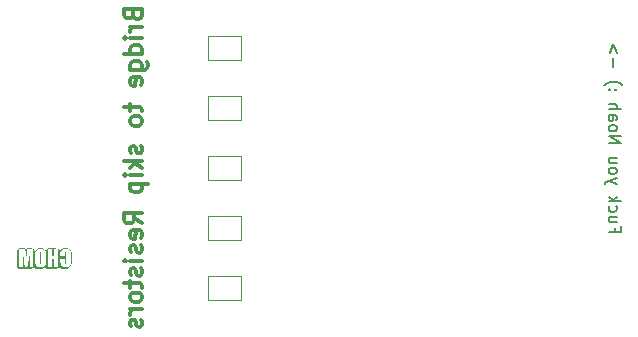
<source format=gbr>
%TF.GenerationSoftware,KiCad,Pcbnew,(6.0.2)*%
%TF.CreationDate,2022-03-10T22:00:07-05:00*%
%TF.ProjectId,letmein,6c65746d-6569-46e2-9e6b-696361645f70,rev?*%
%TF.SameCoordinates,Original*%
%TF.FileFunction,Legend,Bot*%
%TF.FilePolarity,Positive*%
%FSLAX46Y46*%
G04 Gerber Fmt 4.6, Leading zero omitted, Abs format (unit mm)*
G04 Created by KiCad (PCBNEW (6.0.2)) date 2022-03-10 22:00:07*
%MOMM*%
%LPD*%
G01*
G04 APERTURE LIST*
%ADD10C,0.150000*%
%ADD11C,0.300000*%
%ADD12C,0.120000*%
G04 APERTURE END LIST*
D10*
X165171428Y-94002857D02*
X165171428Y-94336190D01*
X164647619Y-94336190D02*
X165647619Y-94336190D01*
X165647619Y-93860000D01*
X165314285Y-93050476D02*
X164647619Y-93050476D01*
X165314285Y-93479047D02*
X164790476Y-93479047D01*
X164695238Y-93431428D01*
X164647619Y-93336190D01*
X164647619Y-93193333D01*
X164695238Y-93098095D01*
X164742857Y-93050476D01*
X164695238Y-92145714D02*
X164647619Y-92240952D01*
X164647619Y-92431428D01*
X164695238Y-92526666D01*
X164742857Y-92574285D01*
X164838095Y-92621904D01*
X165123809Y-92621904D01*
X165219047Y-92574285D01*
X165266666Y-92526666D01*
X165314285Y-92431428D01*
X165314285Y-92240952D01*
X165266666Y-92145714D01*
X164647619Y-91717142D02*
X165647619Y-91717142D01*
X165028571Y-91621904D02*
X164647619Y-91336190D01*
X165314285Y-91336190D02*
X164933333Y-91717142D01*
X165314285Y-90240952D02*
X164647619Y-90002857D01*
X165314285Y-89764761D02*
X164647619Y-90002857D01*
X164409523Y-90098095D01*
X164361904Y-90145714D01*
X164314285Y-90240952D01*
X164647619Y-89240952D02*
X164695238Y-89336190D01*
X164742857Y-89383809D01*
X164838095Y-89431428D01*
X165123809Y-89431428D01*
X165219047Y-89383809D01*
X165266666Y-89336190D01*
X165314285Y-89240952D01*
X165314285Y-89098095D01*
X165266666Y-89002857D01*
X165219047Y-88955238D01*
X165123809Y-88907619D01*
X164838095Y-88907619D01*
X164742857Y-88955238D01*
X164695238Y-89002857D01*
X164647619Y-89098095D01*
X164647619Y-89240952D01*
X165314285Y-88050476D02*
X164647619Y-88050476D01*
X165314285Y-88479047D02*
X164790476Y-88479047D01*
X164695238Y-88431428D01*
X164647619Y-88336190D01*
X164647619Y-88193333D01*
X164695238Y-88098095D01*
X164742857Y-88050476D01*
X164647619Y-86812380D02*
X165647619Y-86812380D01*
X164647619Y-86240952D01*
X165647619Y-86240952D01*
X164647619Y-85621904D02*
X164695238Y-85717142D01*
X164742857Y-85764761D01*
X164838095Y-85812380D01*
X165123809Y-85812380D01*
X165219047Y-85764761D01*
X165266666Y-85717142D01*
X165314285Y-85621904D01*
X165314285Y-85479047D01*
X165266666Y-85383809D01*
X165219047Y-85336190D01*
X165123809Y-85288571D01*
X164838095Y-85288571D01*
X164742857Y-85336190D01*
X164695238Y-85383809D01*
X164647619Y-85479047D01*
X164647619Y-85621904D01*
X164647619Y-84431428D02*
X165171428Y-84431428D01*
X165266666Y-84479047D01*
X165314285Y-84574285D01*
X165314285Y-84764761D01*
X165266666Y-84860000D01*
X164695238Y-84431428D02*
X164647619Y-84526666D01*
X164647619Y-84764761D01*
X164695238Y-84860000D01*
X164790476Y-84907619D01*
X164885714Y-84907619D01*
X164980952Y-84860000D01*
X165028571Y-84764761D01*
X165028571Y-84526666D01*
X165076190Y-84431428D01*
X164647619Y-83955238D02*
X165647619Y-83955238D01*
X164647619Y-83526666D02*
X165171428Y-83526666D01*
X165266666Y-83574285D01*
X165314285Y-83669523D01*
X165314285Y-83812380D01*
X165266666Y-83907619D01*
X165219047Y-83955238D01*
X164742857Y-82288571D02*
X164695238Y-82240952D01*
X164647619Y-82288571D01*
X164695238Y-82336190D01*
X164742857Y-82288571D01*
X164647619Y-82288571D01*
X165266666Y-82288571D02*
X165219047Y-82240952D01*
X165171428Y-82288571D01*
X165219047Y-82336190D01*
X165266666Y-82288571D01*
X165171428Y-82288571D01*
X164266666Y-81907619D02*
X164314285Y-81860000D01*
X164457142Y-81764761D01*
X164552380Y-81717142D01*
X164695238Y-81669523D01*
X164933333Y-81621904D01*
X165123809Y-81621904D01*
X165361904Y-81669523D01*
X165504761Y-81717142D01*
X165600000Y-81764761D01*
X165742857Y-81860000D01*
X165790476Y-81907619D01*
X165028571Y-80383809D02*
X165028571Y-79621904D01*
X165314285Y-79145714D02*
X165028571Y-78383809D01*
X164742857Y-79145714D01*
D11*
X124352857Y-75971428D02*
X124424285Y-76185714D01*
X124495714Y-76257142D01*
X124638571Y-76328571D01*
X124852857Y-76328571D01*
X124995714Y-76257142D01*
X125067142Y-76185714D01*
X125138571Y-76042857D01*
X125138571Y-75471428D01*
X123638571Y-75471428D01*
X123638571Y-75971428D01*
X123710000Y-76114285D01*
X123781428Y-76185714D01*
X123924285Y-76257142D01*
X124067142Y-76257142D01*
X124210000Y-76185714D01*
X124281428Y-76114285D01*
X124352857Y-75971428D01*
X124352857Y-75471428D01*
X125138571Y-76971428D02*
X124138571Y-76971428D01*
X124424285Y-76971428D02*
X124281428Y-77042857D01*
X124210000Y-77114285D01*
X124138571Y-77257142D01*
X124138571Y-77400000D01*
X125138571Y-77900000D02*
X124138571Y-77900000D01*
X123638571Y-77900000D02*
X123710000Y-77828571D01*
X123781428Y-77900000D01*
X123710000Y-77971428D01*
X123638571Y-77900000D01*
X123781428Y-77900000D01*
X125138571Y-79257142D02*
X123638571Y-79257142D01*
X125067142Y-79257142D02*
X125138571Y-79114285D01*
X125138571Y-78828571D01*
X125067142Y-78685714D01*
X124995714Y-78614285D01*
X124852857Y-78542857D01*
X124424285Y-78542857D01*
X124281428Y-78614285D01*
X124210000Y-78685714D01*
X124138571Y-78828571D01*
X124138571Y-79114285D01*
X124210000Y-79257142D01*
X124138571Y-80614285D02*
X125352857Y-80614285D01*
X125495714Y-80542857D01*
X125567142Y-80471428D01*
X125638571Y-80328571D01*
X125638571Y-80114285D01*
X125567142Y-79971428D01*
X125067142Y-80614285D02*
X125138571Y-80471428D01*
X125138571Y-80185714D01*
X125067142Y-80042857D01*
X124995714Y-79971428D01*
X124852857Y-79900000D01*
X124424285Y-79900000D01*
X124281428Y-79971428D01*
X124210000Y-80042857D01*
X124138571Y-80185714D01*
X124138571Y-80471428D01*
X124210000Y-80614285D01*
X125067142Y-81900000D02*
X125138571Y-81757142D01*
X125138571Y-81471428D01*
X125067142Y-81328571D01*
X124924285Y-81257142D01*
X124352857Y-81257142D01*
X124210000Y-81328571D01*
X124138571Y-81471428D01*
X124138571Y-81757142D01*
X124210000Y-81900000D01*
X124352857Y-81971428D01*
X124495714Y-81971428D01*
X124638571Y-81257142D01*
X124138571Y-83542857D02*
X124138571Y-84114285D01*
X123638571Y-83757142D02*
X124924285Y-83757142D01*
X125067142Y-83828571D01*
X125138571Y-83971428D01*
X125138571Y-84114285D01*
X125138571Y-84828571D02*
X125067142Y-84685714D01*
X124995714Y-84614285D01*
X124852857Y-84542857D01*
X124424285Y-84542857D01*
X124281428Y-84614285D01*
X124210000Y-84685714D01*
X124138571Y-84828571D01*
X124138571Y-85042857D01*
X124210000Y-85185714D01*
X124281428Y-85257142D01*
X124424285Y-85328571D01*
X124852857Y-85328571D01*
X124995714Y-85257142D01*
X125067142Y-85185714D01*
X125138571Y-85042857D01*
X125138571Y-84828571D01*
X125067142Y-87042857D02*
X125138571Y-87185714D01*
X125138571Y-87471428D01*
X125067142Y-87614285D01*
X124924285Y-87685714D01*
X124852857Y-87685714D01*
X124710000Y-87614285D01*
X124638571Y-87471428D01*
X124638571Y-87257142D01*
X124567142Y-87114285D01*
X124424285Y-87042857D01*
X124352857Y-87042857D01*
X124210000Y-87114285D01*
X124138571Y-87257142D01*
X124138571Y-87471428D01*
X124210000Y-87614285D01*
X125138571Y-88328571D02*
X123638571Y-88328571D01*
X124567142Y-88471428D02*
X125138571Y-88900000D01*
X124138571Y-88900000D02*
X124710000Y-88328571D01*
X125138571Y-89542857D02*
X124138571Y-89542857D01*
X123638571Y-89542857D02*
X123710000Y-89471428D01*
X123781428Y-89542857D01*
X123710000Y-89614285D01*
X123638571Y-89542857D01*
X123781428Y-89542857D01*
X124138571Y-90257142D02*
X125638571Y-90257142D01*
X124210000Y-90257142D02*
X124138571Y-90400000D01*
X124138571Y-90685714D01*
X124210000Y-90828571D01*
X124281428Y-90900000D01*
X124424285Y-90971428D01*
X124852857Y-90971428D01*
X124995714Y-90900000D01*
X125067142Y-90828571D01*
X125138571Y-90685714D01*
X125138571Y-90400000D01*
X125067142Y-90257142D01*
X125138571Y-93614285D02*
X124424285Y-93114285D01*
X125138571Y-92757142D02*
X123638571Y-92757142D01*
X123638571Y-93328571D01*
X123710000Y-93471428D01*
X123781428Y-93542857D01*
X123924285Y-93614285D01*
X124138571Y-93614285D01*
X124281428Y-93542857D01*
X124352857Y-93471428D01*
X124424285Y-93328571D01*
X124424285Y-92757142D01*
X125067142Y-94828571D02*
X125138571Y-94685714D01*
X125138571Y-94400000D01*
X125067142Y-94257142D01*
X124924285Y-94185714D01*
X124352857Y-94185714D01*
X124210000Y-94257142D01*
X124138571Y-94400000D01*
X124138571Y-94685714D01*
X124210000Y-94828571D01*
X124352857Y-94900000D01*
X124495714Y-94900000D01*
X124638571Y-94185714D01*
X125067142Y-95471428D02*
X125138571Y-95614285D01*
X125138571Y-95900000D01*
X125067142Y-96042857D01*
X124924285Y-96114285D01*
X124852857Y-96114285D01*
X124710000Y-96042857D01*
X124638571Y-95900000D01*
X124638571Y-95685714D01*
X124567142Y-95542857D01*
X124424285Y-95471428D01*
X124352857Y-95471428D01*
X124210000Y-95542857D01*
X124138571Y-95685714D01*
X124138571Y-95900000D01*
X124210000Y-96042857D01*
X125138571Y-96757142D02*
X124138571Y-96757142D01*
X123638571Y-96757142D02*
X123710000Y-96685714D01*
X123781428Y-96757142D01*
X123710000Y-96828571D01*
X123638571Y-96757142D01*
X123781428Y-96757142D01*
X125067142Y-97400000D02*
X125138571Y-97542857D01*
X125138571Y-97828571D01*
X125067142Y-97971428D01*
X124924285Y-98042857D01*
X124852857Y-98042857D01*
X124710000Y-97971428D01*
X124638571Y-97828571D01*
X124638571Y-97614285D01*
X124567142Y-97471428D01*
X124424285Y-97400000D01*
X124352857Y-97400000D01*
X124210000Y-97471428D01*
X124138571Y-97614285D01*
X124138571Y-97828571D01*
X124210000Y-97971428D01*
X124138571Y-98471428D02*
X124138571Y-99042857D01*
X123638571Y-98685714D02*
X124924285Y-98685714D01*
X125067142Y-98757142D01*
X125138571Y-98900000D01*
X125138571Y-99042857D01*
X125138571Y-99757142D02*
X125067142Y-99614285D01*
X124995714Y-99542857D01*
X124852857Y-99471428D01*
X124424285Y-99471428D01*
X124281428Y-99542857D01*
X124210000Y-99614285D01*
X124138571Y-99757142D01*
X124138571Y-99971428D01*
X124210000Y-100114285D01*
X124281428Y-100185714D01*
X124424285Y-100257142D01*
X124852857Y-100257142D01*
X124995714Y-100185714D01*
X125067142Y-100114285D01*
X125138571Y-99971428D01*
X125138571Y-99757142D01*
X125138571Y-100900000D02*
X124138571Y-100900000D01*
X124424285Y-100900000D02*
X124281428Y-100971428D01*
X124210000Y-101042857D01*
X124138571Y-101185714D01*
X124138571Y-101328571D01*
X125067142Y-101757142D02*
X125138571Y-101900000D01*
X125138571Y-102185714D01*
X125067142Y-102328571D01*
X124924285Y-102400000D01*
X124852857Y-102400000D01*
X124710000Y-102328571D01*
X124638571Y-102185714D01*
X124638571Y-101971428D01*
X124567142Y-101828571D01*
X124424285Y-101757142D01*
X124352857Y-101757142D01*
X124210000Y-101828571D01*
X124138571Y-101971428D01*
X124138571Y-102185714D01*
X124210000Y-102328571D01*
%TO.C,G\u002A\u002A\u002A*%
G36*
X116551738Y-96009952D02*
G01*
X116557086Y-96012659D01*
X116570669Y-96030008D01*
X116580531Y-96066541D01*
X116587230Y-96129358D01*
X116591324Y-96225555D01*
X116593370Y-96362231D01*
X116593929Y-96546484D01*
X116593923Y-96584508D01*
X116593519Y-96755717D01*
X116591957Y-96880811D01*
X116588507Y-96966997D01*
X116582437Y-97021483D01*
X116573019Y-97051478D01*
X116559521Y-97064190D01*
X116541214Y-97066825D01*
X116532804Y-97066437D01*
X116503411Y-97051770D01*
X116484480Y-97006896D01*
X116470102Y-96919587D01*
X116465974Y-96875033D01*
X116461388Y-96773350D01*
X116459478Y-96647371D01*
X116459996Y-96508378D01*
X116462689Y-96367653D01*
X116467309Y-96236476D01*
X116473604Y-96126131D01*
X116481325Y-96047897D01*
X116490220Y-96013056D01*
X116504629Y-96005815D01*
X116551738Y-96009952D01*
G37*
G36*
X119066579Y-97221179D02*
G01*
X118984914Y-97312163D01*
X118898678Y-97390422D01*
X118822239Y-97440255D01*
X118787307Y-97452267D01*
X118678477Y-97468454D01*
X118533157Y-97470433D01*
X118453586Y-97466446D01*
X118358480Y-97454088D01*
X118285058Y-97429827D01*
X118213089Y-97388485D01*
X118180582Y-97368205D01*
X118093530Y-97333009D01*
X118025204Y-97343448D01*
X117966275Y-97399954D01*
X117962594Y-97404776D01*
X117942531Y-97422010D01*
X117909394Y-97434207D01*
X117854862Y-97442216D01*
X117770616Y-97446885D01*
X117648334Y-97449064D01*
X117479697Y-97449602D01*
X117028845Y-97449602D01*
X116982270Y-97367751D01*
X116977556Y-97359656D01*
X116940635Y-97307251D01*
X116913585Y-97285728D01*
X116898687Y-97291346D01*
X116849185Y-97322801D01*
X116783010Y-97372720D01*
X116704253Y-97426945D01*
X116622075Y-97457279D01*
X116512137Y-97471633D01*
X116459165Y-97474696D01*
X116299764Y-97470342D01*
X116177382Y-97440691D01*
X116082086Y-97383712D01*
X116009094Y-97342089D01*
X115931604Y-97346561D01*
X115858254Y-97405532D01*
X115843012Y-97418416D01*
X115812975Y-97429962D01*
X115763027Y-97438323D01*
X115686217Y-97443983D01*
X115575589Y-97447428D01*
X115424191Y-97449139D01*
X115225070Y-97449602D01*
X115041197Y-97449462D01*
X114890432Y-97448570D01*
X114780328Y-97446238D01*
X114703632Y-97441775D01*
X114653093Y-97434493D01*
X114621459Y-97423703D01*
X114601478Y-97408713D01*
X114585899Y-97388836D01*
X114584632Y-97386981D01*
X114571428Y-97359208D01*
X114561284Y-97316185D01*
X114557760Y-97285555D01*
X114734725Y-97285555D01*
X115062820Y-97285555D01*
X115065567Y-96800248D01*
X115065742Y-96771903D01*
X115067688Y-96606919D01*
X115071343Y-96492373D01*
X115077267Y-96428832D01*
X115086021Y-96416858D01*
X115098166Y-96457018D01*
X115114260Y-96549876D01*
X115134866Y-96695995D01*
X115160542Y-96895942D01*
X115209275Y-97285555D01*
X115326197Y-97285555D01*
X115354779Y-97286265D01*
X115388691Y-97286833D01*
X115414221Y-97280790D01*
X115433819Y-97261371D01*
X115449936Y-97221810D01*
X115465024Y-97155339D01*
X115481534Y-97055193D01*
X115501918Y-96914606D01*
X115528627Y-96726811D01*
X115535716Y-96678097D01*
X115555949Y-96545886D01*
X115573985Y-96437494D01*
X115588083Y-96363040D01*
X115596501Y-96332642D01*
X115600317Y-96349719D01*
X115604046Y-96413201D01*
X115607000Y-96515426D01*
X115608944Y-96648000D01*
X115609645Y-96802526D01*
X115609645Y-97285555D01*
X115937739Y-97285555D01*
X115937739Y-96449173D01*
X116077183Y-96449173D01*
X116078315Y-96623172D01*
X116086570Y-96788823D01*
X116101181Y-96934580D01*
X116121378Y-97048898D01*
X116146393Y-97120229D01*
X116198875Y-97185136D01*
X116270421Y-97242904D01*
X116271021Y-97243256D01*
X116364679Y-97278341D01*
X116408126Y-97285555D01*
X116486786Y-97298616D01*
X116612753Y-97301748D01*
X116717000Y-97285555D01*
X117140753Y-97285555D01*
X117523531Y-97285555D01*
X117523531Y-96656707D01*
X117660237Y-96656707D01*
X117660237Y-97285555D01*
X118043014Y-97285555D01*
X118043014Y-96644650D01*
X118097696Y-96644650D01*
X118097962Y-96648472D01*
X118113789Y-96654493D01*
X118141319Y-96625141D01*
X118147971Y-96609861D01*
X118129262Y-96613084D01*
X118117116Y-96621524D01*
X118097696Y-96644650D01*
X118043014Y-96644650D01*
X118043014Y-96410635D01*
X118201271Y-96410635D01*
X118587443Y-96410635D01*
X118595476Y-96212412D01*
X118596218Y-96194632D01*
X118602192Y-96098534D01*
X118612100Y-96044052D01*
X118629560Y-96019748D01*
X118658191Y-96014188D01*
X118664059Y-96014295D01*
X118681575Y-96018406D01*
X118694309Y-96033832D01*
X118703021Y-96067802D01*
X118708473Y-96127543D01*
X118711425Y-96220283D01*
X118712638Y-96353250D01*
X118712874Y-96533671D01*
X118712863Y-96589417D01*
X118712810Y-96609861D01*
X118712430Y-96755815D01*
X118710806Y-96876784D01*
X118707230Y-96959551D01*
X118700942Y-97011344D01*
X118691180Y-97039390D01*
X118677183Y-97050918D01*
X118658191Y-97053154D01*
X118653283Y-97053074D01*
X118626468Y-97045538D01*
X118610307Y-97017625D01*
X118601183Y-96957901D01*
X118595476Y-96854930D01*
X118587443Y-96656707D01*
X118207061Y-96656707D01*
X118207104Y-96827589D01*
X118207819Y-96865449D01*
X118232590Y-97029324D01*
X118293233Y-97153165D01*
X118390489Y-97238637D01*
X118482515Y-97274398D01*
X118543840Y-97285555D01*
X118609633Y-97297525D01*
X118740795Y-97302053D01*
X118850607Y-97285401D01*
X118865511Y-97279958D01*
X118942204Y-97236105D01*
X119014654Y-97175118D01*
X119095651Y-97090576D01*
X119095651Y-95976766D01*
X119018124Y-95895846D01*
X118996727Y-95875290D01*
X118876187Y-95801304D01*
X118733160Y-95764218D01*
X118582710Y-95764415D01*
X118439904Y-95802275D01*
X118319806Y-95878179D01*
X118282150Y-95913875D01*
X118247449Y-95956590D01*
X118227779Y-96006142D01*
X118217585Y-96078472D01*
X118211313Y-96189520D01*
X118201271Y-96410635D01*
X118043014Y-96410635D01*
X118043014Y-95781787D01*
X117660237Y-95781787D01*
X117660237Y-96355953D01*
X117523531Y-96355953D01*
X117523531Y-95781787D01*
X117140753Y-95781787D01*
X117140753Y-97285555D01*
X116717000Y-97285555D01*
X116717991Y-97285401D01*
X116732895Y-97279958D01*
X116809589Y-97236105D01*
X116882039Y-97175118D01*
X116963035Y-97090576D01*
X116963035Y-95968974D01*
X116864213Y-95878410D01*
X116761796Y-95807888D01*
X116619750Y-95762269D01*
X116471135Y-95760636D01*
X116329241Y-95802785D01*
X116207359Y-95888512D01*
X116163398Y-95934700D01*
X116131121Y-95980636D01*
X116111212Y-96035551D01*
X116098376Y-96114642D01*
X116087321Y-96233106D01*
X116083943Y-96278374D01*
X116077183Y-96449173D01*
X115937739Y-96449173D01*
X115937739Y-95779735D01*
X115684833Y-95787597D01*
X115431927Y-95795458D01*
X115388185Y-96103498D01*
X115371516Y-96215262D01*
X115354055Y-96320476D01*
X115339737Y-96394320D01*
X115330604Y-96425378D01*
X115330505Y-96425467D01*
X115322084Y-96404783D01*
X115309513Y-96339881D01*
X115294474Y-96240740D01*
X115278651Y-96117338D01*
X115240538Y-95795458D01*
X114987632Y-95787597D01*
X114734725Y-95779735D01*
X114734725Y-97285555D01*
X114557760Y-97285555D01*
X114553824Y-97251342D01*
X114548674Y-97158107D01*
X114545459Y-97029909D01*
X114543805Y-96860176D01*
X114543337Y-96642339D01*
X114543337Y-95956607D01*
X114712115Y-95727105D01*
X114999392Y-95727105D01*
X115019545Y-95727114D01*
X115141809Y-95728193D01*
X115220920Y-95732356D01*
X115267042Y-95741448D01*
X115290337Y-95757311D01*
X115300969Y-95781787D01*
X115320215Y-95825300D01*
X115347635Y-95829690D01*
X115371744Y-95780839D01*
X115374462Y-95771510D01*
X115386991Y-95750236D01*
X115414029Y-95737292D01*
X115465608Y-95731133D01*
X115551761Y-95730215D01*
X115682521Y-95732992D01*
X115978751Y-95740775D01*
X115987237Y-95843305D01*
X115989096Y-95861725D01*
X116001064Y-95921660D01*
X116016298Y-95945835D01*
X116022696Y-95943866D01*
X116061055Y-95915799D01*
X116114249Y-95865072D01*
X116215872Y-95779872D01*
X116355301Y-95719036D01*
X116523751Y-95699764D01*
X116668935Y-95713457D01*
X116819060Y-95760412D01*
X116935321Y-95835817D01*
X116994362Y-95865703D01*
X117050049Y-95845164D01*
X117093592Y-95775345D01*
X117098642Y-95765177D01*
X117115338Y-95750935D01*
X117148418Y-95741165D01*
X117205540Y-95735242D01*
X117294358Y-95732545D01*
X117422529Y-95732449D01*
X117597710Y-95734333D01*
X118084026Y-95740775D01*
X118092511Y-95843305D01*
X118099187Y-95898125D01*
X118117137Y-95938222D01*
X118151282Y-95929482D01*
X118209131Y-95873875D01*
X118321196Y-95784863D01*
X118461030Y-95726338D01*
X118613998Y-95700897D01*
X118768357Y-95707965D01*
X118912367Y-95746970D01*
X119034284Y-95817337D01*
X119122367Y-95918493D01*
X119133423Y-95938700D01*
X119150481Y-95979316D01*
X119162535Y-96029498D01*
X119170432Y-96098268D01*
X119175022Y-96194649D01*
X119177153Y-96327662D01*
X119177675Y-96506330D01*
X119176837Y-96645347D01*
X119173897Y-96798044D01*
X119169221Y-96927608D01*
X119163204Y-97023524D01*
X119156242Y-97075276D01*
X119149123Y-97090576D01*
X119129304Y-97133171D01*
X119066579Y-97221179D01*
G37*
D12*
%TO.C,REF\u002A\u002A*%
X133480000Y-79740000D02*
X133480000Y-77740000D01*
X130680000Y-77740000D02*
X130680000Y-79740000D01*
X130680000Y-79740000D02*
X133480000Y-79740000D01*
X133480000Y-77740000D02*
X130680000Y-77740000D01*
X133480000Y-84820000D02*
X133480000Y-82820000D01*
X130680000Y-82820000D02*
X130680000Y-84820000D01*
X130680000Y-84820000D02*
X133480000Y-84820000D01*
X133480000Y-82820000D02*
X130680000Y-82820000D01*
X133480000Y-100060000D02*
X133480000Y-98060000D01*
X130680000Y-98060000D02*
X130680000Y-100060000D01*
X130680000Y-100060000D02*
X133480000Y-100060000D01*
X133480000Y-98060000D02*
X130680000Y-98060000D01*
X133480000Y-94980000D02*
X133480000Y-92980000D01*
X130680000Y-92980000D02*
X130680000Y-94980000D01*
X130680000Y-94980000D02*
X133480000Y-94980000D01*
X133480000Y-92980000D02*
X130680000Y-92980000D01*
X133480000Y-89900000D02*
X133480000Y-87900000D01*
X130680000Y-87900000D02*
X130680000Y-89900000D01*
X130680000Y-89900000D02*
X133480000Y-89900000D01*
X133480000Y-87900000D02*
X130680000Y-87900000D01*
%TD*%
M02*

</source>
